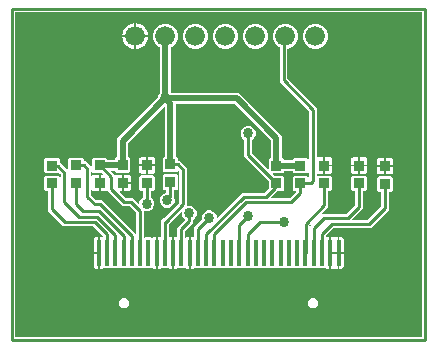
<source format=gbl>
G04 EAGLE Gerber RS-274X export*
G75*
%MOMM*%
%FSLAX34Y34*%
%LPD*%
%INBottom Copper*%
%IPPOS*%
%AMOC8*
5,1,8,0,0,1.08239X$1,22.5*%
G01*
%ADD10R,0.350000X2.200000*%
%ADD11R,0.900000X0.900000*%
%ADD12C,1.676400*%
%ADD13C,0.254000*%
%ADD14C,0.855600*%
%ADD15C,4.016000*%
%ADD16C,0.508000*%
%ADD17C,0.508000*%
%ADD18C,0.254000*%

G36*
X347256Y2425D02*
X347256Y2425D01*
X347307Y2427D01*
X347339Y2445D01*
X347375Y2453D01*
X347414Y2486D01*
X347459Y2510D01*
X347480Y2540D01*
X347508Y2563D01*
X347529Y2610D01*
X347559Y2652D01*
X347567Y2694D01*
X347579Y2722D01*
X347578Y2752D01*
X347586Y2794D01*
X347586Y277206D01*
X347575Y277256D01*
X347573Y277307D01*
X347555Y277339D01*
X347547Y277375D01*
X347514Y277414D01*
X347490Y277459D01*
X347460Y277480D01*
X347437Y277508D01*
X347390Y277529D01*
X347348Y277559D01*
X347306Y277567D01*
X347278Y277579D01*
X347248Y277578D01*
X347206Y277586D01*
X2794Y277586D01*
X2744Y277575D01*
X2693Y277573D01*
X2661Y277555D01*
X2625Y277547D01*
X2586Y277514D01*
X2541Y277490D01*
X2520Y277460D01*
X2492Y277437D01*
X2471Y277390D01*
X2441Y277348D01*
X2433Y277306D01*
X2421Y277278D01*
X2422Y277248D01*
X2414Y277206D01*
X2414Y2794D01*
X2425Y2744D01*
X2427Y2693D01*
X2445Y2661D01*
X2453Y2625D01*
X2486Y2586D01*
X2510Y2541D01*
X2540Y2520D01*
X2563Y2492D01*
X2610Y2471D01*
X2652Y2441D01*
X2694Y2433D01*
X2722Y2421D01*
X2752Y2422D01*
X2794Y2414D01*
X347206Y2414D01*
X347256Y2425D01*
G37*
%LPC*%
G36*
X267424Y60387D02*
X267424Y60387D01*
X266778Y60560D01*
X266199Y60894D01*
X265919Y61175D01*
X265875Y61202D01*
X265838Y61236D01*
X265803Y61247D01*
X265772Y61266D01*
X265721Y61271D01*
X265672Y61285D01*
X265636Y61279D01*
X265599Y61283D01*
X265551Y61264D01*
X265501Y61256D01*
X265466Y61232D01*
X265437Y61221D01*
X265416Y61198D01*
X265381Y61175D01*
X265101Y60895D01*
X259917Y60895D01*
X259278Y61534D01*
X259235Y61561D01*
X259197Y61595D01*
X259162Y61606D01*
X259131Y61625D01*
X259080Y61630D01*
X259031Y61645D01*
X258995Y61638D01*
X258958Y61642D01*
X258911Y61624D01*
X258860Y61615D01*
X258825Y61591D01*
X258796Y61580D01*
X258776Y61558D01*
X258740Y61534D01*
X258101Y60895D01*
X252917Y60895D01*
X252278Y61534D01*
X252235Y61561D01*
X252197Y61595D01*
X252162Y61606D01*
X252131Y61625D01*
X252080Y61630D01*
X252031Y61645D01*
X251995Y61638D01*
X251958Y61642D01*
X251911Y61624D01*
X251860Y61615D01*
X251825Y61591D01*
X251796Y61580D01*
X251776Y61558D01*
X251740Y61534D01*
X251101Y60895D01*
X245917Y60895D01*
X245278Y61534D01*
X245235Y61561D01*
X245197Y61595D01*
X245162Y61606D01*
X245131Y61625D01*
X245080Y61630D01*
X245031Y61645D01*
X244995Y61638D01*
X244958Y61642D01*
X244911Y61624D01*
X244860Y61615D01*
X244825Y61591D01*
X244796Y61580D01*
X244776Y61558D01*
X244740Y61534D01*
X244101Y60895D01*
X238917Y60895D01*
X238278Y61534D01*
X238235Y61561D01*
X238197Y61595D01*
X238162Y61606D01*
X238131Y61625D01*
X238080Y61630D01*
X238031Y61645D01*
X237995Y61638D01*
X237958Y61642D01*
X237911Y61624D01*
X237860Y61615D01*
X237825Y61591D01*
X237796Y61580D01*
X237776Y61558D01*
X237740Y61534D01*
X237101Y60895D01*
X231917Y60895D01*
X231278Y61534D01*
X231235Y61561D01*
X231197Y61595D01*
X231162Y61606D01*
X231131Y61625D01*
X231080Y61630D01*
X231031Y61645D01*
X230995Y61638D01*
X230958Y61642D01*
X230911Y61624D01*
X230860Y61615D01*
X230825Y61591D01*
X230796Y61580D01*
X230776Y61558D01*
X230740Y61534D01*
X230101Y60895D01*
X224917Y60895D01*
X224278Y61534D01*
X224235Y61561D01*
X224197Y61595D01*
X224162Y61606D01*
X224131Y61625D01*
X224080Y61630D01*
X224031Y61645D01*
X223995Y61638D01*
X223958Y61642D01*
X223911Y61624D01*
X223860Y61615D01*
X223825Y61591D01*
X223796Y61580D01*
X223776Y61558D01*
X223740Y61534D01*
X223101Y60895D01*
X217917Y60895D01*
X217278Y61534D01*
X217235Y61561D01*
X217197Y61595D01*
X217162Y61606D01*
X217131Y61625D01*
X217080Y61630D01*
X217031Y61645D01*
X216995Y61638D01*
X216958Y61642D01*
X216911Y61624D01*
X216860Y61615D01*
X216825Y61591D01*
X216796Y61580D01*
X216776Y61558D01*
X216740Y61534D01*
X216101Y60895D01*
X210917Y60895D01*
X210278Y61534D01*
X210235Y61561D01*
X210197Y61595D01*
X210162Y61606D01*
X210131Y61625D01*
X210080Y61630D01*
X210031Y61645D01*
X209995Y61638D01*
X209958Y61642D01*
X209911Y61624D01*
X209860Y61615D01*
X209825Y61591D01*
X209796Y61580D01*
X209776Y61558D01*
X209740Y61534D01*
X209101Y60895D01*
X203917Y60895D01*
X203278Y61534D01*
X203235Y61561D01*
X203197Y61595D01*
X203162Y61606D01*
X203131Y61625D01*
X203080Y61630D01*
X203031Y61645D01*
X202995Y61638D01*
X202958Y61642D01*
X202911Y61624D01*
X202860Y61615D01*
X202825Y61591D01*
X202796Y61580D01*
X202776Y61558D01*
X202740Y61534D01*
X202101Y60895D01*
X196917Y60895D01*
X196278Y61534D01*
X196235Y61561D01*
X196197Y61595D01*
X196162Y61606D01*
X196131Y61625D01*
X196080Y61630D01*
X196031Y61645D01*
X195995Y61638D01*
X195958Y61642D01*
X195911Y61624D01*
X195860Y61615D01*
X195825Y61591D01*
X195796Y61580D01*
X195776Y61558D01*
X195740Y61534D01*
X195101Y60895D01*
X189917Y60895D01*
X189278Y61534D01*
X189235Y61561D01*
X189197Y61595D01*
X189162Y61606D01*
X189131Y61625D01*
X189080Y61630D01*
X189031Y61645D01*
X188995Y61638D01*
X188958Y61642D01*
X188911Y61624D01*
X188860Y61615D01*
X188825Y61591D01*
X188796Y61580D01*
X188776Y61558D01*
X188740Y61534D01*
X188101Y60895D01*
X182917Y60895D01*
X182278Y61534D01*
X182235Y61561D01*
X182197Y61595D01*
X182162Y61606D01*
X182131Y61625D01*
X182080Y61630D01*
X182031Y61645D01*
X181995Y61638D01*
X181958Y61642D01*
X181911Y61624D01*
X181860Y61615D01*
X181825Y61591D01*
X181796Y61580D01*
X181776Y61558D01*
X181740Y61534D01*
X181101Y60895D01*
X175917Y60895D01*
X175278Y61534D01*
X175235Y61561D01*
X175197Y61595D01*
X175162Y61606D01*
X175131Y61625D01*
X175080Y61630D01*
X175031Y61645D01*
X174995Y61638D01*
X174958Y61642D01*
X174911Y61624D01*
X174860Y61615D01*
X174825Y61591D01*
X174796Y61580D01*
X174776Y61558D01*
X174740Y61534D01*
X174101Y60895D01*
X168917Y60895D01*
X168278Y61534D01*
X168235Y61561D01*
X168197Y61595D01*
X168162Y61606D01*
X168131Y61625D01*
X168080Y61630D01*
X168031Y61645D01*
X167995Y61638D01*
X167958Y61642D01*
X167911Y61624D01*
X167860Y61615D01*
X167825Y61591D01*
X167796Y61580D01*
X167776Y61558D01*
X167740Y61534D01*
X167101Y60895D01*
X161917Y60895D01*
X161278Y61534D01*
X161235Y61561D01*
X161197Y61595D01*
X161162Y61606D01*
X161131Y61625D01*
X161080Y61630D01*
X161031Y61645D01*
X160995Y61638D01*
X160958Y61642D01*
X160911Y61624D01*
X160860Y61615D01*
X160825Y61591D01*
X160796Y61580D01*
X160776Y61558D01*
X160740Y61534D01*
X160101Y60895D01*
X154917Y60895D01*
X154637Y61175D01*
X154594Y61202D01*
X154556Y61236D01*
X154521Y61247D01*
X154490Y61266D01*
X154439Y61271D01*
X154390Y61285D01*
X154354Y61279D01*
X154317Y61283D01*
X154270Y61264D01*
X154219Y61256D01*
X154184Y61232D01*
X154156Y61221D01*
X154135Y61198D01*
X154099Y61175D01*
X153819Y60894D01*
X153240Y60560D01*
X152594Y60387D01*
X151270Y60387D01*
X151270Y73546D01*
X151259Y73596D01*
X151257Y73647D01*
X151239Y73679D01*
X151231Y73715D01*
X151198Y73754D01*
X151174Y73799D01*
X151144Y73820D01*
X151121Y73849D01*
X151074Y73870D01*
X151032Y73899D01*
X150990Y73907D01*
X150962Y73920D01*
X150932Y73918D01*
X150890Y73927D01*
X150128Y73927D01*
X150078Y73915D01*
X150027Y73913D01*
X149995Y73895D01*
X149959Y73887D01*
X149920Y73855D01*
X149875Y73830D01*
X149854Y73800D01*
X149826Y73777D01*
X149805Y73730D01*
X149775Y73689D01*
X149767Y73647D01*
X149755Y73619D01*
X149756Y73595D01*
X149755Y73593D01*
X149755Y73584D01*
X149748Y73546D01*
X149748Y60387D01*
X148424Y60387D01*
X147778Y60560D01*
X147199Y60894D01*
X146919Y61175D01*
X146875Y61202D01*
X146838Y61236D01*
X146803Y61247D01*
X146772Y61266D01*
X146721Y61271D01*
X146672Y61285D01*
X146636Y61279D01*
X146599Y61283D01*
X146551Y61264D01*
X146501Y61256D01*
X146466Y61232D01*
X146437Y61221D01*
X146416Y61198D01*
X146381Y61175D01*
X146101Y60895D01*
X140917Y60895D01*
X140637Y61175D01*
X140594Y61202D01*
X140556Y61236D01*
X140521Y61247D01*
X140490Y61266D01*
X140439Y61271D01*
X140390Y61285D01*
X140354Y61279D01*
X140317Y61283D01*
X140270Y61264D01*
X140219Y61256D01*
X140184Y61232D01*
X140156Y61221D01*
X140135Y61198D01*
X140099Y61175D01*
X139819Y60894D01*
X139240Y60560D01*
X138594Y60387D01*
X137270Y60387D01*
X137270Y73546D01*
X137259Y73596D01*
X137257Y73647D01*
X137239Y73679D01*
X137231Y73715D01*
X137198Y73754D01*
X137174Y73799D01*
X137144Y73820D01*
X137121Y73849D01*
X137074Y73870D01*
X137032Y73899D01*
X136990Y73907D01*
X136962Y73920D01*
X136932Y73918D01*
X136890Y73927D01*
X136128Y73927D01*
X136078Y73915D01*
X136027Y73913D01*
X135995Y73895D01*
X135959Y73887D01*
X135920Y73855D01*
X135875Y73830D01*
X135854Y73800D01*
X135826Y73777D01*
X135805Y73730D01*
X135775Y73689D01*
X135767Y73647D01*
X135755Y73619D01*
X135756Y73595D01*
X135755Y73593D01*
X135755Y73584D01*
X135748Y73546D01*
X135748Y60387D01*
X134424Y60387D01*
X133778Y60560D01*
X133199Y60894D01*
X132919Y61175D01*
X132875Y61202D01*
X132838Y61236D01*
X132803Y61247D01*
X132772Y61266D01*
X132721Y61271D01*
X132672Y61285D01*
X132636Y61279D01*
X132599Y61283D01*
X132551Y61264D01*
X132501Y61256D01*
X132466Y61232D01*
X132437Y61221D01*
X132416Y61198D01*
X132381Y61175D01*
X132101Y60895D01*
X126917Y60895D01*
X126637Y61175D01*
X126594Y61202D01*
X126556Y61236D01*
X126521Y61247D01*
X126490Y61266D01*
X126439Y61271D01*
X126390Y61285D01*
X126354Y61279D01*
X126317Y61283D01*
X126270Y61264D01*
X126219Y61256D01*
X126184Y61232D01*
X126156Y61221D01*
X126135Y61198D01*
X126099Y61175D01*
X125819Y60894D01*
X125240Y60560D01*
X124594Y60387D01*
X123270Y60387D01*
X123270Y73546D01*
X123259Y73596D01*
X123257Y73647D01*
X123239Y73679D01*
X123231Y73715D01*
X123198Y73754D01*
X123174Y73799D01*
X123144Y73820D01*
X123121Y73849D01*
X123074Y73870D01*
X123032Y73899D01*
X122990Y73907D01*
X122962Y73920D01*
X122932Y73918D01*
X122890Y73927D01*
X122128Y73927D01*
X122078Y73915D01*
X122027Y73913D01*
X121995Y73895D01*
X121959Y73887D01*
X121920Y73855D01*
X121875Y73830D01*
X121854Y73800D01*
X121826Y73777D01*
X121805Y73730D01*
X121775Y73689D01*
X121767Y73647D01*
X121755Y73619D01*
X121756Y73595D01*
X121755Y73593D01*
X121755Y73584D01*
X121748Y73546D01*
X121748Y60387D01*
X120424Y60387D01*
X119778Y60560D01*
X119199Y60894D01*
X118919Y61175D01*
X118875Y61202D01*
X118838Y61236D01*
X118803Y61247D01*
X118772Y61266D01*
X118721Y61271D01*
X118672Y61285D01*
X118636Y61279D01*
X118599Y61283D01*
X118551Y61264D01*
X118501Y61256D01*
X118466Y61232D01*
X118437Y61221D01*
X118416Y61198D01*
X118381Y61175D01*
X118101Y60895D01*
X112917Y60895D01*
X112278Y61534D01*
X112235Y61561D01*
X112197Y61595D01*
X112162Y61606D01*
X112131Y61625D01*
X112080Y61630D01*
X112031Y61645D01*
X111995Y61638D01*
X111958Y61642D01*
X111911Y61624D01*
X111860Y61615D01*
X111825Y61591D01*
X111796Y61580D01*
X111776Y61558D01*
X111740Y61534D01*
X111101Y60895D01*
X105917Y60895D01*
X105278Y61534D01*
X105235Y61561D01*
X105197Y61595D01*
X105162Y61606D01*
X105131Y61625D01*
X105080Y61630D01*
X105031Y61645D01*
X104995Y61638D01*
X104958Y61642D01*
X104911Y61624D01*
X104860Y61615D01*
X104825Y61591D01*
X104796Y61580D01*
X104776Y61558D01*
X104740Y61534D01*
X104101Y60895D01*
X98917Y60895D01*
X98278Y61534D01*
X98235Y61561D01*
X98197Y61595D01*
X98162Y61606D01*
X98131Y61625D01*
X98080Y61630D01*
X98031Y61645D01*
X97995Y61638D01*
X97958Y61642D01*
X97911Y61624D01*
X97860Y61615D01*
X97825Y61591D01*
X97796Y61580D01*
X97776Y61558D01*
X97740Y61534D01*
X97101Y60895D01*
X91917Y60895D01*
X91278Y61534D01*
X91235Y61561D01*
X91197Y61595D01*
X91162Y61606D01*
X91131Y61625D01*
X91080Y61630D01*
X91031Y61645D01*
X90995Y61638D01*
X90958Y61642D01*
X90911Y61624D01*
X90860Y61615D01*
X90825Y61591D01*
X90796Y61580D01*
X90776Y61558D01*
X90740Y61534D01*
X90101Y60895D01*
X84917Y60895D01*
X84278Y61534D01*
X84235Y61561D01*
X84197Y61595D01*
X84162Y61606D01*
X84131Y61625D01*
X84080Y61630D01*
X84031Y61645D01*
X83995Y61638D01*
X83958Y61642D01*
X83911Y61624D01*
X83860Y61615D01*
X83825Y61591D01*
X83796Y61580D01*
X83776Y61558D01*
X83740Y61534D01*
X83101Y60895D01*
X77917Y60895D01*
X77637Y61175D01*
X77594Y61202D01*
X77556Y61236D01*
X77521Y61247D01*
X77490Y61266D01*
X77439Y61271D01*
X77390Y61285D01*
X77354Y61279D01*
X77317Y61283D01*
X77270Y61264D01*
X77219Y61256D01*
X77184Y61232D01*
X77156Y61221D01*
X77135Y61198D01*
X77099Y61175D01*
X76819Y60894D01*
X76240Y60560D01*
X75594Y60387D01*
X74270Y60387D01*
X74270Y73546D01*
X74259Y73596D01*
X74257Y73647D01*
X74239Y73679D01*
X74231Y73715D01*
X74198Y73754D01*
X74174Y73799D01*
X74144Y73820D01*
X74121Y73849D01*
X74074Y73870D01*
X74032Y73899D01*
X73990Y73907D01*
X73962Y73920D01*
X73932Y73918D01*
X73890Y73927D01*
X73508Y73927D01*
X73508Y73928D01*
X73890Y73928D01*
X73940Y73940D01*
X73991Y73942D01*
X74023Y73959D01*
X74059Y73968D01*
X74098Y74000D01*
X74143Y74025D01*
X74164Y74055D01*
X74192Y74078D01*
X74213Y74125D01*
X74243Y74166D01*
X74251Y74208D01*
X74263Y74236D01*
X74262Y74267D01*
X74270Y74308D01*
X74270Y87468D01*
X75594Y87468D01*
X76240Y87295D01*
X76636Y87066D01*
X76696Y87048D01*
X76754Y87022D01*
X76778Y87023D01*
X76802Y87016D01*
X76864Y87026D01*
X76927Y87029D01*
X76948Y87041D01*
X76973Y87045D01*
X77024Y87082D01*
X77079Y87112D01*
X77093Y87132D01*
X77113Y87146D01*
X77142Y87202D01*
X77179Y87253D01*
X77184Y87280D01*
X77194Y87299D01*
X77195Y87337D01*
X77206Y87395D01*
X77206Y87965D01*
X77189Y88038D01*
X77188Y88071D01*
X77181Y88083D01*
X77176Y88114D01*
X77169Y88124D01*
X77167Y88134D01*
X77143Y88163D01*
X77117Y88202D01*
X77105Y88223D01*
X77100Y88227D01*
X77095Y88234D01*
X68743Y96586D01*
X68679Y96626D01*
X68617Y96670D01*
X68605Y96672D01*
X68596Y96677D01*
X68559Y96681D01*
X68474Y96697D01*
X43632Y96697D01*
X30676Y109653D01*
X30676Y125770D01*
X30665Y125819D01*
X30663Y125870D01*
X30645Y125903D01*
X30637Y125938D01*
X30604Y125978D01*
X30580Y126023D01*
X30550Y126044D01*
X30527Y126072D01*
X30480Y126093D01*
X30438Y126122D01*
X30396Y126130D01*
X30369Y126143D01*
X30338Y126142D01*
X30296Y126150D01*
X28637Y126150D01*
X27446Y127341D01*
X27446Y138025D01*
X28637Y139215D01*
X39321Y139215D01*
X40565Y137972D01*
X40587Y137958D01*
X40603Y137938D01*
X40659Y137913D01*
X40712Y137880D01*
X40737Y137878D01*
X40761Y137867D01*
X40823Y137870D01*
X40884Y137864D01*
X40908Y137873D01*
X40934Y137874D01*
X40988Y137903D01*
X41046Y137925D01*
X41064Y137944D01*
X41086Y137957D01*
X41122Y138007D01*
X41164Y138053D01*
X41171Y138077D01*
X41186Y138098D01*
X41203Y138183D01*
X41213Y138219D01*
X41211Y138229D01*
X41214Y138241D01*
X41214Y140258D01*
X41196Y140332D01*
X41183Y140407D01*
X41177Y140417D01*
X41174Y140427D01*
X41150Y140456D01*
X41102Y140527D01*
X40169Y141460D01*
X40126Y141487D01*
X40088Y141522D01*
X40053Y141532D01*
X40022Y141552D01*
X39971Y141557D01*
X39922Y141571D01*
X39886Y141565D01*
X39850Y141568D01*
X39802Y141550D01*
X39752Y141541D01*
X39716Y141518D01*
X39688Y141507D01*
X39667Y141484D01*
X39631Y141460D01*
X39321Y141150D01*
X28637Y141150D01*
X27446Y142341D01*
X27446Y153025D01*
X28637Y154215D01*
X39321Y154215D01*
X40512Y153025D01*
X40512Y150617D01*
X40529Y150543D01*
X40542Y150468D01*
X40549Y150458D01*
X40551Y150448D01*
X40575Y150419D01*
X40623Y150348D01*
X42032Y148939D01*
X47152Y143819D01*
X47174Y143806D01*
X47190Y143786D01*
X47246Y143761D01*
X47299Y143728D01*
X47325Y143726D01*
X47348Y143715D01*
X47410Y143717D01*
X47471Y143711D01*
X47495Y143721D01*
X47521Y143722D01*
X47576Y143751D01*
X47633Y143773D01*
X47651Y143792D01*
X47674Y143804D01*
X47709Y143855D01*
X47751Y143900D01*
X47758Y143925D01*
X47773Y143946D01*
X47790Y144031D01*
X47800Y144066D01*
X47799Y144076D01*
X47801Y144088D01*
X47801Y153423D01*
X48992Y154614D01*
X59676Y154614D01*
X60866Y153423D01*
X60866Y151764D01*
X60878Y151715D01*
X60880Y151664D01*
X60897Y151631D01*
X60906Y151596D01*
X60938Y151556D01*
X60963Y151511D01*
X60993Y151490D01*
X61016Y151462D01*
X61063Y151441D01*
X61104Y151412D01*
X61146Y151403D01*
X61174Y151391D01*
X61205Y151392D01*
X61247Y151384D01*
X62365Y151384D01*
X67090Y146659D01*
X67112Y146646D01*
X67128Y146626D01*
X67184Y146600D01*
X67237Y146568D01*
X67263Y146565D01*
X67286Y146555D01*
X67348Y146557D01*
X67409Y146551D01*
X67433Y146560D01*
X67459Y146561D01*
X67514Y146591D01*
X67571Y146613D01*
X67589Y146632D01*
X67611Y146644D01*
X67647Y146695D01*
X67689Y146740D01*
X67696Y146765D01*
X67711Y146786D01*
X67728Y146870D01*
X67738Y146906D01*
X67736Y146916D01*
X67739Y146928D01*
X67739Y153410D01*
X68930Y154600D01*
X79614Y154600D01*
X80804Y153410D01*
X80804Y153117D01*
X80816Y153067D01*
X80818Y153016D01*
X80835Y152984D01*
X80844Y152948D01*
X80876Y152909D01*
X80901Y152864D01*
X80931Y152843D01*
X80954Y152815D01*
X81001Y152794D01*
X81042Y152764D01*
X81084Y152756D01*
X81112Y152744D01*
X81143Y152745D01*
X81185Y152737D01*
X86948Y152737D01*
X86998Y152748D01*
X87049Y152750D01*
X87081Y152768D01*
X87117Y152776D01*
X87156Y152809D01*
X87201Y152833D01*
X87222Y152863D01*
X87250Y152886D01*
X87271Y152933D01*
X87301Y152975D01*
X87309Y153016D01*
X87321Y153044D01*
X87320Y153075D01*
X87328Y153117D01*
X87328Y153506D01*
X88519Y154697D01*
X88908Y154697D01*
X88958Y154708D01*
X89009Y154710D01*
X89041Y154728D01*
X89077Y154736D01*
X89116Y154769D01*
X89161Y154793D01*
X89182Y154823D01*
X89210Y154846D01*
X89231Y154893D01*
X89261Y154935D01*
X89269Y154976D01*
X89281Y155004D01*
X89280Y155035D01*
X89288Y155077D01*
X89288Y170755D01*
X123428Y204895D01*
X123468Y204960D01*
X123512Y205022D01*
X123514Y205034D01*
X123520Y205042D01*
X123523Y205079D01*
X123540Y205164D01*
X123540Y206106D01*
X124500Y208425D01*
X125166Y209091D01*
X125206Y209156D01*
X125250Y209218D01*
X125252Y209230D01*
X125258Y209238D01*
X125261Y209275D01*
X125278Y209360D01*
X125278Y247704D01*
X125265Y247759D01*
X125264Y247776D01*
X125262Y247780D01*
X125257Y247829D01*
X125244Y247849D01*
X125238Y247873D01*
X125198Y247922D01*
X125164Y247975D01*
X125141Y247990D01*
X125128Y248006D01*
X125094Y248022D01*
X125043Y248055D01*
X123951Y248507D01*
X121021Y251437D01*
X119436Y255265D01*
X119436Y259408D01*
X121021Y263236D01*
X123951Y266166D01*
X127779Y267751D01*
X131922Y267751D01*
X135750Y266166D01*
X138680Y263236D01*
X140265Y259408D01*
X140265Y255265D01*
X138680Y251437D01*
X135750Y248507D01*
X134658Y248055D01*
X134606Y248018D01*
X134551Y247988D01*
X134537Y247968D01*
X134517Y247954D01*
X134487Y247898D01*
X134451Y247846D01*
X134446Y247820D01*
X134436Y247801D01*
X134435Y247763D01*
X134433Y247753D01*
X134430Y247747D01*
X134430Y247741D01*
X134423Y247704D01*
X134423Y209803D01*
X134435Y209754D01*
X134437Y209703D01*
X134454Y209671D01*
X134463Y209635D01*
X134495Y209595D01*
X134520Y209551D01*
X134549Y209529D01*
X134573Y209501D01*
X134620Y209480D01*
X134661Y209451D01*
X134703Y209443D01*
X134731Y209430D01*
X134762Y209431D01*
X134803Y209423D01*
X192044Y209423D01*
X228571Y172896D01*
X228571Y154667D01*
X228583Y154617D01*
X228585Y154566D01*
X228602Y154534D01*
X228610Y154498D01*
X228643Y154458D01*
X228667Y154414D01*
X228697Y154393D01*
X228721Y154364D01*
X228767Y154343D01*
X228809Y154314D01*
X228851Y154306D01*
X228879Y154293D01*
X228909Y154294D01*
X228951Y154286D01*
X229340Y154286D01*
X230531Y153096D01*
X230531Y152773D01*
X230543Y152724D01*
X230545Y152673D01*
X230562Y152640D01*
X230570Y152605D01*
X230603Y152565D01*
X230627Y152520D01*
X230657Y152499D01*
X230681Y152471D01*
X230727Y152450D01*
X230769Y152421D01*
X230811Y152413D01*
X230839Y152400D01*
X230869Y152401D01*
X230911Y152393D01*
X237228Y152393D01*
X237278Y152405D01*
X237329Y152407D01*
X237361Y152424D01*
X237397Y152433D01*
X237436Y152465D01*
X237481Y152489D01*
X237502Y152519D01*
X237530Y152543D01*
X237551Y152589D01*
X237581Y152631D01*
X237589Y152673D01*
X237601Y152701D01*
X237600Y152731D01*
X237608Y152773D01*
X237608Y153162D01*
X238799Y154353D01*
X249483Y154353D01*
X250674Y153162D01*
X250674Y142478D01*
X249483Y141288D01*
X238799Y141288D01*
X237608Y142478D01*
X237608Y142867D01*
X237597Y142917D01*
X237595Y142968D01*
X237577Y143000D01*
X237569Y143036D01*
X237536Y143076D01*
X237512Y143120D01*
X237482Y143141D01*
X237459Y143170D01*
X237412Y143191D01*
X237370Y143220D01*
X237329Y143228D01*
X237301Y143241D01*
X237270Y143240D01*
X237228Y143248D01*
X230911Y143248D01*
X230862Y143236D01*
X230811Y143234D01*
X230778Y143217D01*
X230743Y143208D01*
X230703Y143176D01*
X230658Y143151D01*
X230637Y143121D01*
X230609Y143098D01*
X230588Y143051D01*
X230559Y143010D01*
X230550Y142968D01*
X230538Y142940D01*
X230539Y142909D01*
X230531Y142867D01*
X230531Y142412D01*
X229340Y141221D01*
X221120Y141221D01*
X221095Y141215D01*
X221069Y141217D01*
X221011Y141196D01*
X220951Y141181D01*
X220931Y141165D01*
X220907Y141156D01*
X220865Y141111D01*
X220817Y141071D01*
X220807Y141048D01*
X220789Y141029D01*
X220772Y140969D01*
X220746Y140913D01*
X220747Y140887D01*
X220740Y140863D01*
X220751Y140802D01*
X220753Y140740D01*
X220765Y140717D01*
X220770Y140692D01*
X220818Y140620D01*
X220836Y140588D01*
X220844Y140582D01*
X220851Y140572D01*
X222025Y139398D01*
X222089Y139358D01*
X222152Y139314D01*
X222164Y139312D01*
X222172Y139306D01*
X222209Y139303D01*
X222294Y139286D01*
X229340Y139286D01*
X230531Y138096D01*
X230531Y127412D01*
X229340Y126221D01*
X224654Y126221D01*
X224580Y126204D01*
X224505Y126191D01*
X224495Y126184D01*
X224485Y126181D01*
X224457Y126158D01*
X224385Y126110D01*
X224010Y125735D01*
X219171Y120895D01*
X219157Y120873D01*
X219138Y120857D01*
X219112Y120800D01*
X219080Y120748D01*
X219077Y120722D01*
X219067Y120699D01*
X219069Y120637D01*
X219063Y120576D01*
X219072Y120552D01*
X219073Y120526D01*
X219103Y120471D01*
X219125Y120414D01*
X219144Y120396D01*
X219156Y120373D01*
X219206Y120338D01*
X219252Y120296D01*
X219277Y120289D01*
X219298Y120274D01*
X219382Y120257D01*
X219418Y120247D01*
X219428Y120248D01*
X219440Y120246D01*
X234926Y120246D01*
X235000Y120263D01*
X235075Y120276D01*
X235085Y120283D01*
X235095Y120286D01*
X235123Y120309D01*
X235195Y120358D01*
X240476Y125639D01*
X240489Y125660D01*
X240509Y125677D01*
X240535Y125733D01*
X240567Y125786D01*
X240570Y125811D01*
X240580Y125835D01*
X240578Y125897D01*
X240584Y125958D01*
X240575Y125982D01*
X240574Y126008D01*
X240544Y126062D01*
X240522Y126120D01*
X240503Y126138D01*
X240491Y126160D01*
X240440Y126196D01*
X240395Y126238D01*
X240370Y126245D01*
X240349Y126260D01*
X240265Y126276D01*
X240229Y126287D01*
X240219Y126285D01*
X240207Y126288D01*
X238799Y126288D01*
X237608Y127478D01*
X237608Y138162D01*
X238799Y139353D01*
X249483Y139353D01*
X250674Y138162D01*
X250674Y136503D01*
X250685Y136454D01*
X250687Y136403D01*
X250705Y136370D01*
X250713Y136335D01*
X250746Y136295D01*
X250770Y136250D01*
X250800Y136229D01*
X250824Y136201D01*
X250870Y136180D01*
X250912Y136151D01*
X250954Y136143D01*
X250982Y136130D01*
X251012Y136131D01*
X251054Y136123D01*
X251295Y136123D01*
X251369Y136140D01*
X251443Y136153D01*
X251454Y136160D01*
X251464Y136163D01*
X251492Y136186D01*
X251564Y136234D01*
X251586Y136256D01*
X251594Y136271D01*
X251597Y136273D01*
X251601Y136280D01*
X251626Y136321D01*
X251670Y136383D01*
X251672Y136395D01*
X251677Y136404D01*
X251681Y136441D01*
X251697Y136526D01*
X251697Y193474D01*
X251680Y193548D01*
X251667Y193623D01*
X251660Y193633D01*
X251658Y193643D01*
X251634Y193672D01*
X251586Y193743D01*
X228743Y216586D01*
X226697Y218632D01*
X226697Y247779D01*
X226683Y247840D01*
X226676Y247904D01*
X226663Y247924D01*
X226658Y247947D01*
X226617Y247996D01*
X226583Y248050D01*
X226561Y248065D01*
X226548Y248081D01*
X226513Y248096D01*
X226463Y248130D01*
X225551Y248507D01*
X222621Y251437D01*
X221036Y255265D01*
X221036Y259408D01*
X222621Y263236D01*
X225551Y266166D01*
X229379Y267751D01*
X233522Y267751D01*
X237350Y266166D01*
X240280Y263236D01*
X241865Y259408D01*
X241865Y255265D01*
X240280Y251437D01*
X237350Y248507D01*
X233537Y246928D01*
X233486Y246891D01*
X233430Y246861D01*
X233416Y246841D01*
X233397Y246827D01*
X233367Y246771D01*
X233330Y246719D01*
X233325Y246693D01*
X233315Y246674D01*
X233314Y246637D01*
X233303Y246577D01*
X233303Y221526D01*
X233320Y221452D01*
X233333Y221377D01*
X233340Y221367D01*
X233342Y221357D01*
X233366Y221328D01*
X233414Y221257D01*
X256257Y198414D01*
X258303Y196368D01*
X258303Y155094D01*
X258306Y155081D01*
X258304Y155067D01*
X258325Y154997D01*
X258342Y154925D01*
X258351Y154915D01*
X258355Y154902D01*
X258406Y154848D01*
X258452Y154792D01*
X258465Y154786D01*
X258474Y154776D01*
X258543Y154751D01*
X258611Y154721D01*
X258624Y154721D01*
X258637Y154716D01*
X258781Y154727D01*
X258784Y154727D01*
X259426Y154899D01*
X263499Y154899D01*
X263499Y148240D01*
X263511Y148190D01*
X263512Y148139D01*
X263530Y148107D01*
X263538Y148071D01*
X263571Y148032D01*
X263595Y147987D01*
X263625Y147966D01*
X263649Y147937D01*
X263695Y147916D01*
X263737Y147887D01*
X263779Y147879D01*
X263807Y147866D01*
X263837Y147868D01*
X263879Y147859D01*
X264261Y147859D01*
X264261Y147858D01*
X263879Y147858D01*
X263829Y147846D01*
X263778Y147844D01*
X263746Y147827D01*
X263710Y147818D01*
X263671Y147786D01*
X263626Y147761D01*
X263605Y147731D01*
X263577Y147708D01*
X263556Y147661D01*
X263527Y147620D01*
X263518Y147578D01*
X263506Y147550D01*
X263507Y147519D01*
X263499Y147477D01*
X263499Y140818D01*
X259426Y140818D01*
X258781Y140990D01*
X258768Y140991D01*
X258755Y140996D01*
X258682Y140994D01*
X258608Y140996D01*
X258596Y140990D01*
X258582Y140990D01*
X258518Y140955D01*
X258451Y140924D01*
X258442Y140914D01*
X258430Y140907D01*
X258388Y140847D01*
X258341Y140790D01*
X258338Y140776D01*
X258330Y140765D01*
X258303Y140623D01*
X258303Y139694D01*
X258309Y139669D01*
X258306Y139643D01*
X258328Y139585D01*
X258342Y139525D01*
X258359Y139505D01*
X258368Y139481D01*
X258413Y139439D01*
X258452Y139392D01*
X258476Y139381D01*
X258495Y139363D01*
X258554Y139346D01*
X258611Y139321D01*
X258636Y139322D01*
X258661Y139314D01*
X258722Y139325D01*
X258784Y139327D01*
X258806Y139340D01*
X258832Y139344D01*
X258902Y139391D01*
X269602Y139391D01*
X270793Y138201D01*
X270793Y127517D01*
X269602Y126326D01*
X267943Y126326D01*
X267893Y126314D01*
X267842Y126312D01*
X267810Y126295D01*
X267774Y126286D01*
X267735Y126254D01*
X267690Y126229D01*
X267669Y126200D01*
X267641Y126176D01*
X267620Y126129D01*
X267590Y126088D01*
X267582Y126046D01*
X267570Y126018D01*
X267571Y125987D01*
X267563Y125946D01*
X267563Y112892D01*
X251998Y97327D01*
X251958Y97262D01*
X251914Y97200D01*
X251912Y97188D01*
X251906Y97180D01*
X251903Y97143D01*
X251886Y97058D01*
X251886Y96383D01*
X251892Y96358D01*
X251890Y96332D01*
X251912Y96274D01*
X251926Y96214D01*
X251942Y96194D01*
X251951Y96170D01*
X251997Y96128D01*
X252036Y96081D01*
X252059Y96070D01*
X252078Y96053D01*
X252138Y96035D01*
X252194Y96010D01*
X252220Y96011D01*
X252245Y96003D01*
X252305Y96014D01*
X252367Y96016D01*
X252390Y96029D01*
X252415Y96033D01*
X252487Y96081D01*
X252519Y96099D01*
X252525Y96107D01*
X252535Y96114D01*
X261132Y104711D01*
X263178Y106757D01*
X282928Y106757D01*
X283002Y106774D01*
X283077Y106787D01*
X283087Y106794D01*
X283097Y106796D01*
X283126Y106820D01*
X283197Y106868D01*
X290536Y114207D01*
X290577Y114272D01*
X290620Y114334D01*
X290623Y114346D01*
X290628Y114354D01*
X290631Y114391D01*
X290648Y114476D01*
X290648Y125946D01*
X290636Y125995D01*
X290634Y126046D01*
X290617Y126078D01*
X290608Y126114D01*
X290576Y126154D01*
X290551Y126198D01*
X290522Y126220D01*
X290498Y126248D01*
X290451Y126269D01*
X290410Y126298D01*
X290368Y126306D01*
X290340Y126319D01*
X290309Y126318D01*
X290268Y126326D01*
X288609Y126326D01*
X287418Y127517D01*
X287418Y138201D01*
X288609Y139391D01*
X299293Y139391D01*
X300483Y138201D01*
X300483Y127517D01*
X299293Y126326D01*
X297634Y126326D01*
X297584Y126314D01*
X297533Y126312D01*
X297501Y126295D01*
X297465Y126286D01*
X297425Y126254D01*
X297381Y126229D01*
X297360Y126200D01*
X297331Y126176D01*
X297310Y126129D01*
X297281Y126088D01*
X297273Y126046D01*
X297260Y126018D01*
X297261Y125987D01*
X297253Y125946D01*
X297253Y114575D01*
X297265Y114523D01*
X297267Y114487D01*
X297276Y114470D01*
X297284Y114426D01*
X297290Y114416D01*
X297293Y114406D01*
X297303Y114394D01*
X297303Y111632D01*
X295257Y109586D01*
X287868Y102197D01*
X287855Y102175D01*
X287835Y102159D01*
X287809Y102103D01*
X287777Y102050D01*
X287774Y102025D01*
X287764Y102001D01*
X287766Y101939D01*
X287760Y101878D01*
X287769Y101854D01*
X287770Y101828D01*
X287800Y101773D01*
X287822Y101716D01*
X287841Y101698D01*
X287853Y101676D01*
X287903Y101640D01*
X287949Y101598D01*
X287974Y101591D01*
X287995Y101576D01*
X288079Y101559D01*
X288115Y101549D01*
X288125Y101551D01*
X288137Y101548D01*
X300720Y101548D01*
X300794Y101566D01*
X300869Y101579D01*
X300879Y101585D01*
X300889Y101588D01*
X300917Y101611D01*
X300989Y101660D01*
X312487Y113158D01*
X312527Y113223D01*
X312571Y113285D01*
X312573Y113297D01*
X312579Y113305D01*
X312582Y113342D01*
X312586Y113361D01*
X312592Y113374D01*
X312591Y113388D01*
X312599Y113427D01*
X312599Y125408D01*
X312587Y125458D01*
X312585Y125509D01*
X312568Y125541D01*
X312559Y125577D01*
X312527Y125616D01*
X312502Y125661D01*
X312472Y125682D01*
X312449Y125710D01*
X312402Y125731D01*
X312361Y125761D01*
X312319Y125769D01*
X312291Y125781D01*
X312260Y125780D01*
X312218Y125788D01*
X310559Y125788D01*
X309369Y126979D01*
X309369Y137663D01*
X310559Y138854D01*
X321243Y138854D01*
X322434Y137663D01*
X322434Y126979D01*
X321243Y125788D01*
X319584Y125788D01*
X319535Y125777D01*
X319484Y125775D01*
X319452Y125757D01*
X319416Y125749D01*
X319376Y125716D01*
X319332Y125692D01*
X319310Y125662D01*
X319282Y125639D01*
X319261Y125592D01*
X319232Y125550D01*
X319224Y125509D01*
X319211Y125481D01*
X319212Y125450D01*
X319204Y125408D01*
X319204Y110533D01*
X303614Y94943D01*
X272280Y94943D01*
X272206Y94925D01*
X272131Y94912D01*
X272121Y94906D01*
X272111Y94903D01*
X272083Y94880D01*
X272011Y94831D01*
X265923Y88743D01*
X265883Y88679D01*
X265839Y88617D01*
X265837Y88605D01*
X265832Y88596D01*
X265828Y88559D01*
X265812Y88474D01*
X265812Y87395D01*
X265826Y87334D01*
X265833Y87272D01*
X265846Y87251D01*
X265851Y87227D01*
X265891Y87178D01*
X265925Y87125D01*
X265946Y87112D01*
X265961Y87093D01*
X266019Y87067D01*
X266073Y87034D01*
X266097Y87032D01*
X266120Y87022D01*
X266182Y87025D01*
X266245Y87019D01*
X266271Y87028D01*
X266293Y87029D01*
X266326Y87047D01*
X266382Y87066D01*
X266778Y87295D01*
X267424Y87468D01*
X268748Y87468D01*
X268748Y74308D01*
X268759Y74259D01*
X268761Y74208D01*
X268779Y74176D01*
X268787Y74140D01*
X268820Y74100D01*
X268844Y74056D01*
X268874Y74034D01*
X268898Y74006D01*
X268944Y73985D01*
X268986Y73956D01*
X269028Y73948D01*
X269056Y73935D01*
X269086Y73936D01*
X269128Y73928D01*
X269510Y73928D01*
X269510Y73927D01*
X269128Y73927D01*
X269078Y73915D01*
X269027Y73913D01*
X268995Y73895D01*
X268959Y73887D01*
X268920Y73855D01*
X268875Y73830D01*
X268854Y73800D01*
X268826Y73777D01*
X268805Y73730D01*
X268775Y73689D01*
X268767Y73647D01*
X268755Y73619D01*
X268756Y73595D01*
X268755Y73593D01*
X268755Y73584D01*
X268748Y73546D01*
X268748Y60387D01*
X267424Y60387D01*
G37*
%LPD*%
G36*
X150940Y73940D02*
X150940Y73940D01*
X150991Y73942D01*
X151023Y73959D01*
X151059Y73968D01*
X151098Y74000D01*
X151143Y74025D01*
X151164Y74055D01*
X151192Y74078D01*
X151213Y74125D01*
X151243Y74166D01*
X151251Y74208D01*
X151263Y74236D01*
X151262Y74267D01*
X151270Y74308D01*
X151270Y87468D01*
X152594Y87468D01*
X153240Y87295D01*
X153636Y87066D01*
X153696Y87048D01*
X153754Y87022D01*
X153778Y87023D01*
X153802Y87016D01*
X153864Y87026D01*
X153927Y87029D01*
X153948Y87041D01*
X153973Y87045D01*
X154024Y87081D01*
X154079Y87112D01*
X154093Y87132D01*
X154113Y87146D01*
X154142Y87202D01*
X154179Y87253D01*
X154184Y87280D01*
X154194Y87299D01*
X154195Y87337D01*
X154206Y87396D01*
X154206Y95341D01*
X156252Y97388D01*
X160640Y101775D01*
X160653Y101795D01*
X160669Y101809D01*
X160683Y101841D01*
X160713Y101879D01*
X160719Y101902D01*
X160731Y101922D01*
X160735Y101956D01*
X160740Y101967D01*
X160739Y101991D01*
X160751Y102048D01*
X160746Y102074D01*
X160748Y102095D01*
X160735Y102130D01*
X160733Y102137D01*
X160733Y102140D01*
X160732Y102141D01*
X160722Y102190D01*
X160707Y102227D01*
X160707Y104737D01*
X161668Y107057D01*
X163443Y108832D01*
X165762Y109793D01*
X168273Y109793D01*
X170592Y108832D01*
X172368Y107057D01*
X173328Y104737D01*
X173328Y103917D01*
X173334Y103892D01*
X173332Y103866D01*
X173354Y103809D01*
X173368Y103748D01*
X173384Y103729D01*
X173394Y103704D01*
X173439Y103663D01*
X173478Y103615D01*
X173502Y103604D01*
X173521Y103587D01*
X173580Y103569D01*
X173636Y103544D01*
X173662Y103545D01*
X173687Y103538D01*
X173748Y103548D01*
X173809Y103551D01*
X173832Y103563D01*
X173857Y103567D01*
X173929Y103616D01*
X173962Y103633D01*
X173967Y103641D01*
X173978Y103648D01*
X193101Y122772D01*
X195147Y124818D01*
X213595Y124818D01*
X213669Y124836D01*
X213744Y124849D01*
X213754Y124855D01*
X213764Y124858D01*
X213793Y124881D01*
X213864Y124930D01*
X217354Y128420D01*
X217394Y128484D01*
X217438Y128547D01*
X217440Y128559D01*
X217446Y128567D01*
X217449Y128604D01*
X217466Y128689D01*
X217466Y134458D01*
X217448Y134532D01*
X217435Y134607D01*
X217428Y134617D01*
X217426Y134627D01*
X217402Y134656D01*
X217354Y134727D01*
X198743Y153338D01*
X196697Y155384D01*
X196697Y169283D01*
X196683Y169345D01*
X196676Y169408D01*
X196663Y169429D01*
X196658Y169452D01*
X196617Y169501D01*
X196583Y169555D01*
X196561Y169570D01*
X196548Y169586D01*
X196513Y169601D01*
X196463Y169635D01*
X196425Y169650D01*
X194650Y171425D01*
X193689Y173745D01*
X193689Y176255D01*
X194650Y178575D01*
X196425Y180350D01*
X198745Y181311D01*
X201255Y181311D01*
X203575Y180350D01*
X205350Y178575D01*
X206311Y176255D01*
X206311Y173745D01*
X205350Y171425D01*
X203575Y169650D01*
X203537Y169635D01*
X203486Y169598D01*
X203430Y169567D01*
X203416Y169548D01*
X203397Y169534D01*
X203367Y169477D01*
X203330Y169426D01*
X203325Y169399D01*
X203315Y169381D01*
X203314Y169343D01*
X203303Y169283D01*
X203303Y158277D01*
X203316Y158220D01*
X203316Y158216D01*
X203318Y158213D01*
X203320Y158203D01*
X203333Y158129D01*
X203340Y158118D01*
X203342Y158109D01*
X203366Y158080D01*
X203414Y158009D01*
X216816Y144606D01*
X216838Y144593D01*
X216855Y144573D01*
X216911Y144547D01*
X216964Y144515D01*
X216989Y144512D01*
X217013Y144502D01*
X217075Y144504D01*
X217136Y144498D01*
X217160Y144507D01*
X217186Y144508D01*
X217240Y144538D01*
X217298Y144560D01*
X217316Y144579D01*
X217338Y144591D01*
X217374Y144642D01*
X217416Y144687D01*
X217423Y144712D01*
X217438Y144733D01*
X217454Y144817D01*
X217465Y144853D01*
X217463Y144863D01*
X217466Y144875D01*
X217466Y153096D01*
X218656Y154286D01*
X219045Y154286D01*
X219095Y154298D01*
X219146Y154300D01*
X219178Y154317D01*
X219214Y154326D01*
X219253Y154358D01*
X219298Y154383D01*
X219319Y154413D01*
X219348Y154436D01*
X219369Y154483D01*
X219398Y154524D01*
X219406Y154566D01*
X219419Y154594D01*
X219417Y154625D01*
X219426Y154667D01*
X219426Y168950D01*
X219408Y169024D01*
X219395Y169099D01*
X219388Y169109D01*
X219386Y169119D01*
X219362Y169148D01*
X219316Y169216D01*
X219314Y169219D01*
X188367Y200166D01*
X188302Y200206D01*
X188240Y200250D01*
X188228Y200252D01*
X188220Y200258D01*
X188183Y200261D01*
X188098Y200278D01*
X139054Y200278D01*
X139004Y200266D01*
X138953Y200264D01*
X138921Y200247D01*
X138885Y200238D01*
X138846Y200206D01*
X138801Y200181D01*
X138780Y200151D01*
X138751Y200128D01*
X138731Y200081D01*
X138701Y200040D01*
X138693Y199998D01*
X138681Y199970D01*
X138682Y199939D01*
X138674Y199897D01*
X138674Y155645D01*
X138685Y155595D01*
X138687Y155544D01*
X138705Y155512D01*
X138713Y155476D01*
X138746Y155437D01*
X138770Y155392D01*
X138800Y155371D01*
X138823Y155342D01*
X138870Y155322D01*
X138912Y155292D01*
X138953Y155284D01*
X138981Y155272D01*
X139012Y155273D01*
X139054Y155265D01*
X139443Y155265D01*
X140634Y154074D01*
X140634Y152415D01*
X140645Y152365D01*
X140647Y152314D01*
X140665Y152282D01*
X140673Y152246D01*
X140706Y152207D01*
X140730Y152162D01*
X140760Y152141D01*
X140783Y152112D01*
X140830Y152092D01*
X140872Y152062D01*
X140913Y152054D01*
X140941Y152042D01*
X140972Y152043D01*
X141014Y152035D01*
X141787Y152035D01*
X143833Y149989D01*
X143833Y149988D01*
X146257Y147565D01*
X148303Y145519D01*
X148303Y114040D01*
X148312Y114002D01*
X148310Y113964D01*
X148331Y113919D01*
X148342Y113871D01*
X148367Y113842D01*
X148383Y113807D01*
X148421Y113776D01*
X148452Y113738D01*
X148488Y113722D01*
X148518Y113698D01*
X148566Y113687D01*
X148611Y113667D01*
X148649Y113668D01*
X148687Y113660D01*
X148746Y113672D01*
X148784Y113673D01*
X148788Y113676D01*
X151308Y113676D01*
X153627Y112715D01*
X155403Y110940D01*
X156363Y108620D01*
X156363Y106110D01*
X155403Y103790D01*
X153627Y102015D01*
X153590Y102000D01*
X153539Y101963D01*
X153483Y101932D01*
X153469Y101913D01*
X153449Y101899D01*
X153420Y101843D01*
X153383Y101791D01*
X153378Y101764D01*
X153368Y101746D01*
X153367Y101708D01*
X153355Y101648D01*
X153355Y99404D01*
X146559Y92607D01*
X146519Y92543D01*
X146475Y92481D01*
X146473Y92469D01*
X146467Y92460D01*
X146464Y92423D01*
X146447Y92339D01*
X146447Y87127D01*
X146453Y87102D01*
X146451Y87076D01*
X146473Y87018D01*
X146487Y86958D01*
X146503Y86938D01*
X146512Y86914D01*
X146558Y86872D01*
X146597Y86824D01*
X146620Y86814D01*
X146639Y86796D01*
X146699Y86779D01*
X146755Y86753D01*
X146781Y86754D01*
X146806Y86747D01*
X146866Y86758D01*
X146928Y86760D01*
X146951Y86772D01*
X146976Y86777D01*
X147048Y86825D01*
X147080Y86843D01*
X147086Y86851D01*
X147096Y86858D01*
X147199Y86960D01*
X147778Y87295D01*
X148424Y87468D01*
X149748Y87468D01*
X149748Y74308D01*
X149759Y74259D01*
X149761Y74208D01*
X149779Y74176D01*
X149787Y74140D01*
X149820Y74100D01*
X149844Y74056D01*
X149874Y74034D01*
X149898Y74006D01*
X149944Y73985D01*
X149986Y73956D01*
X150028Y73948D01*
X150056Y73935D01*
X150086Y73936D01*
X150128Y73928D01*
X150890Y73928D01*
X150940Y73940D01*
G37*
G36*
X122940Y73940D02*
X122940Y73940D01*
X122991Y73942D01*
X123023Y73959D01*
X123059Y73968D01*
X123098Y74000D01*
X123143Y74025D01*
X123164Y74055D01*
X123192Y74078D01*
X123213Y74125D01*
X123243Y74166D01*
X123251Y74208D01*
X123263Y74236D01*
X123262Y74267D01*
X123270Y74308D01*
X123270Y87468D01*
X124594Y87468D01*
X125240Y87295D01*
X125729Y87012D01*
X125789Y86994D01*
X125847Y86968D01*
X125871Y86969D01*
X125895Y86962D01*
X125957Y86973D01*
X126020Y86975D01*
X126042Y86987D01*
X126066Y86991D01*
X126117Y87028D01*
X126172Y87058D01*
X126186Y87078D01*
X126206Y87092D01*
X126236Y87148D01*
X126272Y87199D01*
X126277Y87227D01*
X126287Y87246D01*
X126288Y87283D01*
X126299Y87342D01*
X126299Y101451D01*
X128234Y103385D01*
X128557Y103385D01*
X128631Y103403D01*
X128706Y103416D01*
X128716Y103423D01*
X128726Y103425D01*
X128755Y103449D01*
X128826Y103497D01*
X141586Y116257D01*
X141626Y116321D01*
X141670Y116383D01*
X141672Y116395D01*
X141677Y116404D01*
X141681Y116441D01*
X141697Y116526D01*
X141697Y142626D01*
X141680Y142700D01*
X141667Y142774D01*
X141660Y142784D01*
X141658Y142794D01*
X141634Y142823D01*
X141586Y142894D01*
X141131Y143349D01*
X141088Y143376D01*
X141050Y143411D01*
X141015Y143421D01*
X140984Y143441D01*
X140933Y143446D01*
X140884Y143460D01*
X140848Y143454D01*
X140811Y143457D01*
X140764Y143439D01*
X140713Y143430D01*
X140678Y143407D01*
X140649Y143396D01*
X140629Y143373D01*
X140593Y143349D01*
X139443Y142199D01*
X128759Y142199D01*
X127568Y143390D01*
X127568Y154074D01*
X128759Y155265D01*
X129148Y155265D01*
X129198Y155276D01*
X129249Y155278D01*
X129281Y155296D01*
X129317Y155304D01*
X129356Y155337D01*
X129401Y155361D01*
X129422Y155391D01*
X129450Y155414D01*
X129471Y155461D01*
X129501Y155503D01*
X129509Y155544D01*
X129521Y155572D01*
X129521Y155581D01*
X129521Y155582D01*
X129520Y155605D01*
X129528Y155645D01*
X129528Y197143D01*
X129522Y197168D01*
X129525Y197194D01*
X129503Y197252D01*
X129489Y197312D01*
X129472Y197332D01*
X129463Y197356D01*
X129418Y197398D01*
X129378Y197446D01*
X129355Y197456D01*
X129336Y197474D01*
X129277Y197491D01*
X129220Y197517D01*
X129195Y197516D01*
X129170Y197523D01*
X129109Y197512D01*
X129047Y197510D01*
X129025Y197498D01*
X128999Y197493D01*
X128928Y197445D01*
X128895Y197427D01*
X128889Y197419D01*
X128879Y197412D01*
X98545Y167078D01*
X98505Y167014D01*
X98461Y166952D01*
X98459Y166939D01*
X98454Y166931D01*
X98450Y166894D01*
X98434Y166809D01*
X98434Y155077D01*
X98445Y155027D01*
X98447Y154976D01*
X98465Y154944D01*
X98473Y154908D01*
X98506Y154869D01*
X98530Y154824D01*
X98560Y154803D01*
X98583Y154775D01*
X98630Y154754D01*
X98672Y154724D01*
X98713Y154716D01*
X98741Y154704D01*
X98772Y154705D01*
X98814Y154697D01*
X99203Y154697D01*
X100394Y153506D01*
X100394Y142822D01*
X99203Y141631D01*
X88519Y141631D01*
X87328Y142822D01*
X87328Y143211D01*
X87317Y143261D01*
X87315Y143312D01*
X87297Y143344D01*
X87289Y143380D01*
X87256Y143419D01*
X87232Y143464D01*
X87202Y143485D01*
X87178Y143513D01*
X87132Y143534D01*
X87090Y143564D01*
X87048Y143572D01*
X87020Y143584D01*
X86990Y143583D01*
X86948Y143591D01*
X84337Y143591D01*
X84312Y143585D01*
X84286Y143588D01*
X84228Y143566D01*
X84168Y143552D01*
X84148Y143535D01*
X84124Y143526D01*
X84082Y143481D01*
X84034Y143441D01*
X84024Y143418D01*
X84006Y143399D01*
X83989Y143340D01*
X83964Y143283D01*
X83965Y143258D01*
X83957Y143233D01*
X83968Y143172D01*
X83970Y143110D01*
X83983Y143088D01*
X83987Y143062D01*
X84035Y142991D01*
X84053Y142958D01*
X84061Y142952D01*
X84068Y142942D01*
X85246Y141764D01*
X87288Y139722D01*
X87332Y139695D01*
X87369Y139660D01*
X87404Y139650D01*
X87435Y139631D01*
X87486Y139626D01*
X87536Y139611D01*
X87571Y139618D01*
X87608Y139614D01*
X87656Y139632D01*
X87706Y139641D01*
X87741Y139665D01*
X87770Y139676D01*
X87776Y139683D01*
X88380Y140032D01*
X89026Y140205D01*
X93100Y140205D01*
X93100Y133545D01*
X93111Y133495D01*
X93113Y133444D01*
X93131Y133412D01*
X93139Y133376D01*
X93172Y133337D01*
X93196Y133292D01*
X93226Y133271D01*
X93249Y133243D01*
X93296Y133222D01*
X93338Y133192D01*
X93380Y133184D01*
X93407Y133172D01*
X93438Y133173D01*
X93480Y133165D01*
X93862Y133165D01*
X93862Y133163D01*
X93480Y133163D01*
X93430Y133151D01*
X93379Y133149D01*
X93347Y133132D01*
X93311Y133124D01*
X93272Y133091D01*
X93227Y133067D01*
X93206Y133037D01*
X93178Y133013D01*
X93157Y132967D01*
X93127Y132925D01*
X93119Y132883D01*
X93107Y132855D01*
X93108Y132825D01*
X93100Y132783D01*
X93100Y126123D01*
X91652Y126123D01*
X91626Y126117D01*
X91601Y126120D01*
X91543Y126098D01*
X91483Y126084D01*
X91463Y126067D01*
X91439Y126058D01*
X91397Y126013D01*
X91349Y125973D01*
X91339Y125950D01*
X91321Y125931D01*
X91304Y125872D01*
X91278Y125815D01*
X91279Y125790D01*
X91272Y125765D01*
X91283Y125704D01*
X91285Y125642D01*
X91297Y125620D01*
X91302Y125594D01*
X91350Y125523D01*
X91368Y125490D01*
X91376Y125484D01*
X91383Y125474D01*
X96337Y120520D01*
X96401Y120480D01*
X96463Y120436D01*
X96475Y120434D01*
X96484Y120429D01*
X96521Y120425D01*
X96606Y120409D01*
X102147Y120409D01*
X104193Y118363D01*
X107267Y115289D01*
X107288Y115275D01*
X107305Y115255D01*
X107361Y115230D01*
X107414Y115197D01*
X107439Y115195D01*
X107463Y115184D01*
X107525Y115187D01*
X107586Y115181D01*
X107610Y115190D01*
X107636Y115191D01*
X107690Y115220D01*
X107748Y115242D01*
X107766Y115261D01*
X107788Y115274D01*
X107824Y115324D01*
X107866Y115370D01*
X107873Y115394D01*
X107888Y115415D01*
X107904Y115500D01*
X107915Y115536D01*
X107913Y115546D01*
X107916Y115558D01*
X107916Y116818D01*
X108876Y119137D01*
X110652Y120912D01*
X110866Y121001D01*
X110917Y121038D01*
X110973Y121068D01*
X110987Y121088D01*
X111007Y121102D01*
X111036Y121158D01*
X111073Y121210D01*
X111078Y121236D01*
X111088Y121255D01*
X111089Y121293D01*
X111100Y121352D01*
X111100Y126176D01*
X111089Y126226D01*
X111087Y126277D01*
X111069Y126309D01*
X111061Y126345D01*
X111029Y126384D01*
X111004Y126429D01*
X110974Y126450D01*
X110951Y126478D01*
X110904Y126499D01*
X110862Y126529D01*
X110821Y126537D01*
X110793Y126549D01*
X110762Y126548D01*
X110720Y126556D01*
X109061Y126556D01*
X107870Y127747D01*
X107870Y138431D01*
X109061Y139622D01*
X119745Y139622D01*
X120936Y138431D01*
X120936Y127747D01*
X119745Y126556D01*
X118086Y126556D01*
X118037Y126545D01*
X117986Y126543D01*
X117953Y126525D01*
X117917Y126517D01*
X117878Y126484D01*
X117833Y126460D01*
X117812Y126430D01*
X117784Y126407D01*
X117763Y126360D01*
X117734Y126318D01*
X117725Y126276D01*
X117713Y126249D01*
X117714Y126218D01*
X117706Y126176D01*
X117706Y121165D01*
X117723Y121091D01*
X117736Y121016D01*
X117743Y121006D01*
X117745Y120996D01*
X117769Y120967D01*
X117817Y120896D01*
X119576Y119137D01*
X120537Y116818D01*
X120537Y114307D01*
X119576Y111987D01*
X117801Y110212D01*
X115482Y109251D01*
X112971Y109251D01*
X112338Y109514D01*
X112300Y109520D01*
X112264Y109536D01*
X112215Y109534D01*
X112167Y109542D01*
X112130Y109531D01*
X112091Y109529D01*
X112048Y109506D01*
X112001Y109491D01*
X111973Y109465D01*
X111939Y109447D01*
X111911Y109406D01*
X111875Y109372D01*
X111862Y109336D01*
X111839Y109305D01*
X111828Y109245D01*
X111815Y109210D01*
X111817Y109189D01*
X111812Y109163D01*
X111812Y86773D01*
X111818Y86748D01*
X111815Y86722D01*
X111837Y86664D01*
X111851Y86604D01*
X111868Y86584D01*
X111877Y86560D01*
X111922Y86518D01*
X111961Y86470D01*
X111985Y86460D01*
X112004Y86442D01*
X112063Y86425D01*
X112120Y86400D01*
X112145Y86401D01*
X112170Y86393D01*
X112231Y86404D01*
X112293Y86406D01*
X112315Y86418D01*
X112341Y86423D01*
X112412Y86471D01*
X112445Y86489D01*
X112451Y86497D01*
X112461Y86504D01*
X112917Y86960D01*
X118101Y86960D01*
X118381Y86680D01*
X118424Y86653D01*
X118462Y86619D01*
X118497Y86608D01*
X118528Y86589D01*
X118579Y86584D01*
X118628Y86569D01*
X118664Y86576D01*
X118701Y86572D01*
X118748Y86590D01*
X118799Y86599D01*
X118834Y86623D01*
X118863Y86634D01*
X118883Y86656D01*
X118919Y86680D01*
X119199Y86960D01*
X119778Y87295D01*
X120424Y87468D01*
X121748Y87468D01*
X121748Y74308D01*
X121759Y74259D01*
X121761Y74208D01*
X121779Y74176D01*
X121787Y74140D01*
X121820Y74100D01*
X121844Y74056D01*
X121874Y74034D01*
X121898Y74006D01*
X121944Y73985D01*
X121986Y73956D01*
X122028Y73948D01*
X122056Y73935D01*
X122086Y73936D01*
X122128Y73928D01*
X122890Y73928D01*
X122940Y73940D01*
G37*
G36*
X104901Y90015D02*
X104901Y90015D01*
X104927Y90016D01*
X104981Y90045D01*
X105039Y90067D01*
X105056Y90086D01*
X105079Y90099D01*
X105114Y90149D01*
X105157Y90194D01*
X105164Y90219D01*
X105179Y90240D01*
X105195Y90325D01*
X105206Y90361D01*
X105204Y90370D01*
X105206Y90382D01*
X105206Y107850D01*
X105189Y107924D01*
X105176Y107999D01*
X105169Y108009D01*
X105167Y108019D01*
X105143Y108048D01*
X105095Y108119D01*
X99522Y113692D01*
X99457Y113732D01*
X99395Y113776D01*
X99383Y113778D01*
X99375Y113783D01*
X99338Y113787D01*
X99253Y113803D01*
X93712Y113803D01*
X82733Y124783D01*
X82732Y124783D01*
X80925Y126590D01*
X80882Y126617D01*
X80844Y126652D01*
X80809Y126662D01*
X80778Y126682D01*
X80727Y126686D01*
X80678Y126701D01*
X80642Y126695D01*
X80605Y126698D01*
X80558Y126680D01*
X80507Y126671D01*
X80472Y126647D01*
X80443Y126637D01*
X80423Y126614D01*
X80387Y126590D01*
X80332Y126535D01*
X79752Y126200D01*
X79106Y126027D01*
X75033Y126027D01*
X75033Y132687D01*
X75021Y132736D01*
X75019Y132787D01*
X75002Y132820D01*
X74993Y132855D01*
X74961Y132895D01*
X74936Y132940D01*
X74906Y132961D01*
X74883Y132989D01*
X74836Y133010D01*
X74795Y133039D01*
X74753Y133047D01*
X74725Y133060D01*
X74694Y133059D01*
X74652Y133067D01*
X73891Y133067D01*
X73841Y133055D01*
X73790Y133053D01*
X73758Y133036D01*
X73722Y133027D01*
X73682Y132995D01*
X73638Y132971D01*
X73617Y132941D01*
X73588Y132917D01*
X73567Y132871D01*
X73538Y132829D01*
X73530Y132787D01*
X73517Y132759D01*
X73518Y132728D01*
X73510Y132687D01*
X73510Y126027D01*
X69437Y126027D01*
X68791Y126200D01*
X68211Y126535D01*
X67893Y126853D01*
X67871Y126867D01*
X67855Y126887D01*
X67798Y126912D01*
X67746Y126945D01*
X67720Y126947D01*
X67697Y126958D01*
X67635Y126955D01*
X67573Y126961D01*
X67549Y126952D01*
X67523Y126951D01*
X67469Y126921D01*
X67411Y126900D01*
X67394Y126881D01*
X67371Y126868D01*
X67336Y126818D01*
X67294Y126772D01*
X67286Y126748D01*
X67271Y126727D01*
X67255Y126642D01*
X67244Y126606D01*
X67246Y126596D01*
X67244Y126584D01*
X67244Y122584D01*
X67261Y122510D01*
X67274Y122436D01*
X67281Y122426D01*
X67283Y122416D01*
X67307Y122387D01*
X67350Y122323D01*
X67352Y122320D01*
X67353Y122319D01*
X67355Y122316D01*
X71257Y118414D01*
X71321Y118374D01*
X71383Y118330D01*
X71395Y118328D01*
X71404Y118323D01*
X71441Y118319D01*
X71526Y118303D01*
X76368Y118303D01*
X104557Y90114D01*
X104579Y90100D01*
X104595Y90080D01*
X104652Y90055D01*
X104704Y90022D01*
X104730Y90020D01*
X104754Y90009D01*
X104815Y90012D01*
X104877Y90006D01*
X104901Y90015D01*
G37*
%LPC*%
G36*
X254779Y246922D02*
X254779Y246922D01*
X250951Y248507D01*
X248021Y251437D01*
X246436Y255265D01*
X246436Y259408D01*
X248021Y263236D01*
X250951Y266166D01*
X254779Y267751D01*
X258922Y267751D01*
X262750Y266166D01*
X265680Y263236D01*
X267265Y259408D01*
X267265Y255265D01*
X265680Y251437D01*
X262750Y248507D01*
X258922Y246922D01*
X254779Y246922D01*
G37*
%LPD*%
%LPC*%
G36*
X178579Y246922D02*
X178579Y246922D01*
X174751Y248507D01*
X171821Y251437D01*
X170236Y255265D01*
X170236Y259408D01*
X171821Y263236D01*
X174751Y266166D01*
X178579Y267751D01*
X182722Y267751D01*
X186550Y266166D01*
X189480Y263236D01*
X191065Y259408D01*
X191065Y255265D01*
X189480Y251437D01*
X186550Y248507D01*
X182722Y246922D01*
X178579Y246922D01*
G37*
%LPD*%
%LPC*%
G36*
X153179Y246922D02*
X153179Y246922D01*
X149351Y248507D01*
X146421Y251437D01*
X144836Y255265D01*
X144836Y259408D01*
X146421Y263236D01*
X149351Y266166D01*
X153179Y267751D01*
X157322Y267751D01*
X161150Y266166D01*
X164080Y263236D01*
X165665Y259408D01*
X165665Y255265D01*
X164080Y251437D01*
X161150Y248507D01*
X157322Y246922D01*
X153179Y246922D01*
G37*
%LPD*%
%LPC*%
G36*
X203979Y246922D02*
X203979Y246922D01*
X200151Y248507D01*
X197221Y251437D01*
X195636Y255265D01*
X195636Y259408D01*
X197221Y263236D01*
X200151Y266166D01*
X203979Y267751D01*
X208122Y267751D01*
X211950Y266166D01*
X214880Y263236D01*
X216465Y259408D01*
X216465Y255265D01*
X214880Y251437D01*
X211950Y248507D01*
X208122Y246922D01*
X203979Y246922D01*
G37*
%LPD*%
%LPC*%
G36*
X130161Y112145D02*
X130161Y112145D01*
X127842Y113105D01*
X126067Y114881D01*
X125106Y117200D01*
X125106Y119711D01*
X126067Y122030D01*
X127842Y123805D01*
X130161Y124766D01*
X130418Y124766D01*
X130468Y124778D01*
X130519Y124780D01*
X130551Y124797D01*
X130587Y124805D01*
X130626Y124838D01*
X130671Y124862D01*
X130692Y124892D01*
X130720Y124916D01*
X130741Y124962D01*
X130771Y125004D01*
X130779Y125046D01*
X130791Y125074D01*
X130790Y125104D01*
X130798Y125146D01*
X130798Y126819D01*
X130787Y126868D01*
X130785Y126920D01*
X130767Y126952D01*
X130759Y126988D01*
X130726Y127027D01*
X130702Y127072D01*
X130672Y127093D01*
X130648Y127121D01*
X130602Y127142D01*
X130560Y127171D01*
X130518Y127180D01*
X130490Y127192D01*
X130460Y127191D01*
X130418Y127199D01*
X128759Y127199D01*
X127568Y128390D01*
X127568Y139074D01*
X128759Y140265D01*
X139443Y140265D01*
X140634Y139074D01*
X140634Y128390D01*
X139443Y127199D01*
X137784Y127199D01*
X137734Y127187D01*
X137683Y127186D01*
X137651Y127168D01*
X137615Y127160D01*
X137576Y127127D01*
X137531Y127103D01*
X137510Y127073D01*
X137481Y127049D01*
X137461Y127003D01*
X137431Y126961D01*
X137423Y126919D01*
X137411Y126891D01*
X137412Y126861D01*
X137404Y126819D01*
X137404Y120568D01*
X137404Y120566D01*
X137404Y120564D01*
X137433Y120422D01*
X137727Y119711D01*
X137727Y117200D01*
X136767Y114881D01*
X134991Y113105D01*
X132672Y112145D01*
X130161Y112145D01*
G37*
%LPD*%
G36*
X136940Y73940D02*
X136940Y73940D01*
X136991Y73942D01*
X137023Y73959D01*
X137059Y73968D01*
X137098Y74000D01*
X137143Y74025D01*
X137164Y74055D01*
X137192Y74078D01*
X137213Y74125D01*
X137243Y74166D01*
X137251Y74208D01*
X137263Y74236D01*
X137262Y74267D01*
X137270Y74308D01*
X137270Y87468D01*
X138594Y87468D01*
X139240Y87295D01*
X139271Y87277D01*
X139332Y87258D01*
X139389Y87233D01*
X139414Y87234D01*
X139437Y87226D01*
X139499Y87237D01*
X139562Y87239D01*
X139584Y87251D01*
X139608Y87255D01*
X139659Y87292D01*
X139714Y87322D01*
X139729Y87342D01*
X139748Y87356D01*
X139778Y87412D01*
X139814Y87464D01*
X139819Y87491D01*
X139829Y87510D01*
X139830Y87547D01*
X139842Y87606D01*
X139842Y95232D01*
X146282Y101673D01*
X146309Y101716D01*
X146344Y101754D01*
X146355Y101789D01*
X146374Y101820D01*
X146379Y101871D01*
X146393Y101920D01*
X146387Y101956D01*
X146390Y101993D01*
X146372Y102040D01*
X146364Y102091D01*
X146340Y102126D01*
X146329Y102155D01*
X146306Y102175D01*
X146282Y102211D01*
X144703Y103790D01*
X143742Y106110D01*
X143742Y108153D01*
X143736Y108178D01*
X143739Y108204D01*
X143717Y108262D01*
X143703Y108322D01*
X143686Y108342D01*
X143677Y108366D01*
X143632Y108408D01*
X143592Y108456D01*
X143569Y108466D01*
X143550Y108484D01*
X143491Y108501D01*
X143434Y108527D01*
X143408Y108526D01*
X143384Y108533D01*
X143323Y108522D01*
X143261Y108520D01*
X143238Y108508D01*
X143213Y108503D01*
X143142Y108455D01*
X143109Y108437D01*
X143103Y108429D01*
X143093Y108422D01*
X133497Y98826D01*
X133016Y98345D01*
X132976Y98281D01*
X132933Y98219D01*
X132930Y98207D01*
X132925Y98198D01*
X132921Y98161D01*
X132905Y98077D01*
X132905Y87449D01*
X132919Y87388D01*
X132926Y87325D01*
X132939Y87305D01*
X132944Y87281D01*
X132984Y87232D01*
X133018Y87179D01*
X133039Y87166D01*
X133055Y87147D01*
X133112Y87121D01*
X133166Y87088D01*
X133190Y87086D01*
X133213Y87076D01*
X133276Y87078D01*
X133338Y87073D01*
X133364Y87082D01*
X133386Y87083D01*
X133419Y87100D01*
X133475Y87120D01*
X133778Y87295D01*
X134424Y87468D01*
X135748Y87468D01*
X135748Y74308D01*
X135759Y74259D01*
X135761Y74208D01*
X135779Y74176D01*
X135787Y74140D01*
X135820Y74100D01*
X135844Y74056D01*
X135874Y74034D01*
X135898Y74006D01*
X135944Y73985D01*
X135986Y73956D01*
X136028Y73948D01*
X136056Y73935D01*
X136086Y73936D01*
X136128Y73928D01*
X136890Y73928D01*
X136940Y73940D01*
G37*
%LPC*%
G36*
X105212Y258098D02*
X105212Y258098D01*
X105212Y268259D01*
X105310Y268259D01*
X107008Y267990D01*
X108643Y267459D01*
X110175Y266679D01*
X111566Y265668D01*
X112782Y264452D01*
X113792Y263061D01*
X114573Y261529D01*
X115104Y259894D01*
X115373Y258196D01*
X115373Y258098D01*
X105212Y258098D01*
G37*
%LPD*%
%LPC*%
G36*
X105212Y246414D02*
X105212Y246414D01*
X105212Y256575D01*
X115373Y256575D01*
X115373Y256477D01*
X115104Y254779D01*
X114573Y253144D01*
X113792Y251612D01*
X112782Y250221D01*
X111566Y249005D01*
X110175Y247995D01*
X108643Y247214D01*
X107008Y246683D01*
X105310Y246414D01*
X105212Y246414D01*
G37*
%LPD*%
%LPC*%
G36*
X93528Y258098D02*
X93528Y258098D01*
X93528Y258196D01*
X93797Y259894D01*
X94328Y261529D01*
X95109Y263061D01*
X96119Y264452D01*
X97335Y265668D01*
X98726Y266679D01*
X100258Y267459D01*
X101893Y267990D01*
X103591Y268259D01*
X103689Y268259D01*
X103689Y258098D01*
X93528Y258098D01*
G37*
%LPD*%
%LPC*%
G36*
X103591Y246414D02*
X103591Y246414D01*
X101893Y246683D01*
X100258Y247214D01*
X98726Y247995D01*
X97335Y249005D01*
X96119Y250221D01*
X95109Y251612D01*
X94328Y253144D01*
X93797Y254779D01*
X93528Y256477D01*
X93528Y256575D01*
X103689Y256575D01*
X103689Y246414D01*
X103591Y246414D01*
G37*
%LPD*%
%LPC*%
G36*
X270270Y74689D02*
X270270Y74689D01*
X270270Y87468D01*
X271594Y87468D01*
X272240Y87295D01*
X272819Y86961D01*
X272856Y86949D01*
X272890Y86929D01*
X272938Y86924D01*
X272985Y86910D01*
X273023Y86917D01*
X273062Y86913D01*
X273119Y86933D01*
X273156Y86939D01*
X273173Y86952D01*
X273199Y86961D01*
X273778Y87295D01*
X274424Y87468D01*
X275748Y87468D01*
X275748Y74689D01*
X270270Y74689D01*
G37*
%LPD*%
%LPC*%
G36*
X274424Y60387D02*
X274424Y60387D01*
X273778Y60560D01*
X273199Y60894D01*
X273162Y60906D01*
X273128Y60926D01*
X273080Y60930D01*
X273033Y60944D01*
X272995Y60938D01*
X272956Y60941D01*
X272899Y60922D01*
X272862Y60916D01*
X272845Y60903D01*
X272819Y60894D01*
X272240Y60560D01*
X271594Y60387D01*
X270270Y60387D01*
X270270Y73166D01*
X275748Y73166D01*
X275748Y60387D01*
X274424Y60387D01*
G37*
%LPD*%
%LPC*%
G36*
X93339Y27395D02*
X93339Y27395D01*
X90976Y29757D01*
X90976Y33098D01*
X93339Y35460D01*
X96679Y35460D01*
X99042Y33098D01*
X99042Y29757D01*
X96679Y27395D01*
X93339Y27395D01*
G37*
%LPD*%
%LPC*%
G36*
X253339Y27395D02*
X253339Y27395D01*
X250976Y29757D01*
X250976Y33098D01*
X253339Y35460D01*
X256679Y35460D01*
X259042Y33098D01*
X259042Y29757D01*
X256679Y27395D01*
X253339Y27395D01*
G37*
%LPD*%
%LPC*%
G36*
X277270Y74689D02*
X277270Y74689D01*
X277270Y87468D01*
X278594Y87468D01*
X279240Y87295D01*
X279819Y86960D01*
X280292Y86487D01*
X280627Y85908D01*
X280800Y85262D01*
X280800Y74689D01*
X277270Y74689D01*
G37*
%LPD*%
%LPC*%
G36*
X277270Y60387D02*
X277270Y60387D01*
X277270Y73166D01*
X280800Y73166D01*
X280800Y62593D01*
X280627Y61947D01*
X280292Y61367D01*
X279819Y60894D01*
X279240Y60560D01*
X278594Y60387D01*
X277270Y60387D01*
G37*
%LPD*%
%LPC*%
G36*
X69218Y74689D02*
X69218Y74689D01*
X69218Y85262D01*
X69391Y85908D01*
X69726Y86487D01*
X70199Y86960D01*
X70778Y87295D01*
X71424Y87468D01*
X72748Y87468D01*
X72748Y74689D01*
X69218Y74689D01*
G37*
%LPD*%
%LPC*%
G36*
X71424Y60387D02*
X71424Y60387D01*
X70778Y60560D01*
X70199Y60894D01*
X69726Y61367D01*
X69391Y61947D01*
X69218Y62593D01*
X69218Y73166D01*
X72748Y73166D01*
X72748Y60387D01*
X71424Y60387D01*
G37*
%LPD*%
%LPC*%
G36*
X265021Y148620D02*
X265021Y148620D01*
X265021Y154899D01*
X269095Y154899D01*
X269741Y154726D01*
X270320Y154392D01*
X270793Y153919D01*
X271128Y153339D01*
X271146Y153272D01*
X271301Y152693D01*
X271301Y148620D01*
X265021Y148620D01*
G37*
%LPD*%
%LPC*%
G36*
X294712Y148620D02*
X294712Y148620D01*
X294712Y154899D01*
X298785Y154899D01*
X299431Y154726D01*
X300011Y154392D01*
X300484Y153919D01*
X300818Y153339D01*
X300836Y153272D01*
X300991Y152693D01*
X300991Y148620D01*
X294712Y148620D01*
G37*
%LPD*%
%LPC*%
G36*
X316663Y148082D02*
X316663Y148082D01*
X316663Y154362D01*
X320736Y154362D01*
X321382Y154189D01*
X321962Y153854D01*
X322435Y153381D01*
X322769Y152802D01*
X322942Y152156D01*
X322942Y148082D01*
X316663Y148082D01*
G37*
%LPD*%
%LPC*%
G36*
X115164Y148850D02*
X115164Y148850D01*
X115164Y155130D01*
X119238Y155130D01*
X119884Y154957D01*
X120463Y154622D01*
X120936Y154149D01*
X121271Y153570D01*
X121444Y152924D01*
X121444Y148850D01*
X115164Y148850D01*
G37*
%LPD*%
%LPC*%
G36*
X94622Y133925D02*
X94622Y133925D01*
X94622Y140205D01*
X98695Y140205D01*
X99341Y140032D01*
X99921Y139697D01*
X100394Y139224D01*
X100728Y138645D01*
X100902Y137998D01*
X100902Y133925D01*
X94622Y133925D01*
G37*
%LPD*%
%LPC*%
G36*
X316663Y146560D02*
X316663Y146560D01*
X322942Y146560D01*
X322942Y142487D01*
X322769Y141840D01*
X322435Y141261D01*
X321962Y140788D01*
X321382Y140453D01*
X320736Y140280D01*
X316663Y140280D01*
X316663Y146560D01*
G37*
%LPD*%
%LPC*%
G36*
X286910Y148620D02*
X286910Y148620D01*
X286910Y152693D01*
X287083Y153339D01*
X287417Y153919D01*
X287890Y154392D01*
X288470Y154726D01*
X289116Y154899D01*
X293189Y154899D01*
X293189Y148620D01*
X286910Y148620D01*
G37*
%LPD*%
%LPC*%
G36*
X115164Y147328D02*
X115164Y147328D01*
X121444Y147328D01*
X121444Y143254D01*
X121271Y142608D01*
X120936Y142029D01*
X120463Y141556D01*
X119884Y141221D01*
X119238Y141048D01*
X115164Y141048D01*
X115164Y147328D01*
G37*
%LPD*%
%LPC*%
G36*
X308861Y148082D02*
X308861Y148082D01*
X308861Y152156D01*
X309034Y152802D01*
X309368Y153381D01*
X309841Y153854D01*
X310421Y154189D01*
X311067Y154362D01*
X315140Y154362D01*
X315140Y148082D01*
X308861Y148082D01*
G37*
%LPD*%
%LPC*%
G36*
X265021Y147097D02*
X265021Y147097D01*
X271301Y147097D01*
X271301Y143024D01*
X271128Y142378D01*
X270793Y141798D01*
X270320Y141325D01*
X269741Y140991D01*
X269095Y140818D01*
X265021Y140818D01*
X265021Y147097D01*
G37*
%LPD*%
%LPC*%
G36*
X294712Y147097D02*
X294712Y147097D01*
X300991Y147097D01*
X300991Y143024D01*
X300818Y142378D01*
X300484Y141798D01*
X300011Y141325D01*
X299431Y140991D01*
X298785Y140818D01*
X294712Y140818D01*
X294712Y147097D01*
G37*
%LPD*%
%LPC*%
G36*
X94622Y132403D02*
X94622Y132403D01*
X100902Y132403D01*
X100902Y128329D01*
X100728Y127683D01*
X100394Y127104D01*
X99921Y126631D01*
X99341Y126296D01*
X98695Y126123D01*
X94622Y126123D01*
X94622Y132403D01*
G37*
%LPD*%
%LPC*%
G36*
X107362Y148850D02*
X107362Y148850D01*
X107362Y152924D01*
X107536Y153570D01*
X107870Y154149D01*
X108343Y154622D01*
X108923Y154957D01*
X109569Y155130D01*
X113642Y155130D01*
X113642Y148850D01*
X107362Y148850D01*
G37*
%LPD*%
%LPC*%
G36*
X109569Y141048D02*
X109569Y141048D01*
X108923Y141221D01*
X108343Y141556D01*
X107870Y142029D01*
X107536Y142608D01*
X107477Y142827D01*
X107362Y143254D01*
X107362Y147328D01*
X113642Y147328D01*
X113642Y141048D01*
X109569Y141048D01*
G37*
%LPD*%
%LPC*%
G36*
X311067Y140280D02*
X311067Y140280D01*
X310421Y140453D01*
X309841Y140788D01*
X309368Y141261D01*
X309034Y141840D01*
X308861Y142487D01*
X308861Y146560D01*
X315140Y146560D01*
X315140Y140280D01*
X311067Y140280D01*
G37*
%LPD*%
%LPC*%
G36*
X289116Y140818D02*
X289116Y140818D01*
X288470Y140991D01*
X287890Y141325D01*
X287417Y141798D01*
X287083Y142378D01*
X286910Y143024D01*
X286910Y147097D01*
X293189Y147097D01*
X293189Y140818D01*
X289116Y140818D01*
G37*
%LPD*%
G36*
X74702Y133080D02*
X74702Y133080D01*
X74753Y133082D01*
X74785Y133100D01*
X74821Y133108D01*
X74861Y133141D01*
X74905Y133165D01*
X74926Y133195D01*
X74955Y133218D01*
X74976Y133265D01*
X75005Y133307D01*
X75013Y133348D01*
X75026Y133376D01*
X75025Y133407D01*
X75033Y133449D01*
X75033Y140108D01*
X76642Y140108D01*
X76667Y140114D01*
X76693Y140112D01*
X76751Y140134D01*
X76811Y140148D01*
X76831Y140164D01*
X76855Y140173D01*
X76897Y140219D01*
X76944Y140258D01*
X76955Y140282D01*
X76973Y140301D01*
X76990Y140360D01*
X77015Y140416D01*
X77014Y140442D01*
X77022Y140467D01*
X77011Y140528D01*
X77009Y140589D01*
X76996Y140612D01*
X76992Y140637D01*
X76944Y140709D01*
X76926Y140742D01*
X76918Y140747D01*
X76911Y140758D01*
X76245Y141424D01*
X76180Y141464D01*
X76118Y141507D01*
X76106Y141510D01*
X76098Y141515D01*
X76061Y141519D01*
X75976Y141535D01*
X68930Y141535D01*
X67893Y142572D01*
X67871Y142585D01*
X67855Y142605D01*
X67798Y142630D01*
X67746Y142663D01*
X67720Y142665D01*
X67697Y142676D01*
X67635Y142674D01*
X67573Y142680D01*
X67549Y142670D01*
X67523Y142669D01*
X67469Y142640D01*
X67411Y142618D01*
X67394Y142599D01*
X67371Y142587D01*
X67336Y142536D01*
X67294Y142491D01*
X67286Y142466D01*
X67271Y142445D01*
X67255Y142360D01*
X67244Y142325D01*
X67246Y142315D01*
X67244Y142303D01*
X67244Y139551D01*
X67250Y139526D01*
X67247Y139500D01*
X67269Y139443D01*
X67283Y139382D01*
X67300Y139362D01*
X67309Y139338D01*
X67354Y139296D01*
X67394Y139249D01*
X67417Y139238D01*
X67436Y139221D01*
X67495Y139203D01*
X67552Y139178D01*
X67577Y139179D01*
X67602Y139171D01*
X67663Y139182D01*
X67725Y139184D01*
X67747Y139197D01*
X67773Y139201D01*
X67844Y139249D01*
X67877Y139267D01*
X67883Y139275D01*
X67893Y139282D01*
X68211Y139601D01*
X68791Y139935D01*
X69437Y140108D01*
X73510Y140108D01*
X73510Y133449D01*
X73522Y133399D01*
X73524Y133348D01*
X73541Y133316D01*
X73550Y133280D01*
X73582Y133241D01*
X73607Y133196D01*
X73637Y133175D01*
X73660Y133146D01*
X73707Y133126D01*
X73748Y133096D01*
X73790Y133088D01*
X73818Y133076D01*
X73849Y133077D01*
X73891Y133069D01*
X74652Y133069D01*
X74702Y133080D01*
G37*
%LPC*%
G36*
X104450Y257336D02*
X104450Y257336D01*
X104450Y257338D01*
X104451Y257338D01*
X104451Y257336D01*
X104450Y257336D01*
G37*
%LPD*%
%LPC*%
G36*
X293950Y147858D02*
X293950Y147858D01*
X293950Y147859D01*
X293951Y147859D01*
X293951Y147858D01*
X293950Y147858D01*
G37*
%LPD*%
%LPC*%
G36*
X276508Y73927D02*
X276508Y73927D01*
X276508Y73928D01*
X276510Y73928D01*
X276510Y73927D01*
X276508Y73927D01*
G37*
%LPD*%
%LPC*%
G36*
X114402Y148088D02*
X114402Y148088D01*
X114402Y148090D01*
X114404Y148090D01*
X114404Y148088D01*
X114402Y148088D01*
G37*
%LPD*%
%LPC*%
G36*
X315901Y147320D02*
X315901Y147320D01*
X315901Y147322D01*
X315902Y147322D01*
X315902Y147320D01*
X315901Y147320D01*
G37*
%LPD*%
D10*
X73509Y73927D03*
X80509Y73927D03*
X87509Y73927D03*
X94509Y73927D03*
X101509Y73927D03*
X108509Y73927D03*
X115509Y73927D03*
X122509Y73927D03*
X129509Y73927D03*
X136509Y73927D03*
X143509Y73927D03*
X150509Y73927D03*
X157509Y73927D03*
X164509Y73927D03*
X171509Y73927D03*
X178509Y73927D03*
X185509Y73927D03*
X192509Y73927D03*
X199509Y73927D03*
X206509Y73927D03*
X213509Y73927D03*
X220509Y73927D03*
X227509Y73927D03*
X234509Y73927D03*
X241509Y73927D03*
X248509Y73927D03*
X255509Y73927D03*
X262509Y73927D03*
X269509Y73927D03*
X276509Y73927D03*
D11*
X114403Y148089D03*
X114403Y133089D03*
X134101Y133732D03*
X134101Y148732D03*
X223998Y132754D03*
X223998Y147754D03*
X244141Y132820D03*
X244141Y147820D03*
X264260Y147859D03*
X264260Y132859D03*
X33979Y147683D03*
X33979Y132683D03*
X54334Y148081D03*
X54334Y133081D03*
X315901Y147321D03*
X315901Y132321D03*
X93861Y133164D03*
X93861Y148164D03*
X293951Y147859D03*
X293951Y132859D03*
X74272Y133068D03*
X74272Y148068D03*
D12*
X104450Y257337D03*
X129850Y257337D03*
X155250Y257337D03*
X180650Y257337D03*
X206050Y257337D03*
X231450Y257337D03*
X256850Y257337D03*
D13*
X192509Y97509D02*
X192509Y73927D01*
X192509Y97509D02*
X200000Y105000D01*
D14*
X200000Y105000D03*
D13*
X199509Y89509D02*
X199509Y73927D01*
X199509Y89509D02*
X210000Y100000D01*
X230000Y100000D01*
D14*
X230000Y100000D03*
X98133Y105807D03*
D15*
X25904Y257164D03*
X324982Y257164D03*
D13*
X114403Y133089D02*
X114403Y115739D01*
X114226Y115562D01*
D14*
X114226Y115562D03*
X150053Y107365D03*
D13*
X150053Y100772D01*
X143145Y93864D01*
X143145Y74292D01*
X143509Y73927D01*
X134101Y121140D02*
X134101Y133732D01*
X134101Y121140D02*
X131417Y118455D01*
D14*
X131417Y118455D03*
X167018Y103482D03*
D13*
X157509Y93973D01*
X157509Y73927D01*
X164509Y73927D02*
X164509Y89509D01*
X196516Y121516D01*
X222754Y132754D02*
X223998Y132754D01*
X200000Y160000D02*
X200000Y175000D01*
D14*
X200000Y175000D03*
D13*
X196516Y121516D02*
X215121Y121516D01*
X222754Y129149D02*
X222754Y132754D01*
X222754Y129149D02*
X215121Y121516D01*
X223998Y132754D02*
X200000Y156752D01*
X200000Y175000D01*
X171509Y90043D02*
X171509Y73927D01*
X244141Y132820D02*
X252820Y132820D01*
X255000Y135000D01*
X255000Y195000D02*
X230000Y220000D01*
X230000Y255886D01*
X231450Y257337D01*
X255000Y195000D02*
X255000Y135000D01*
X236452Y116943D02*
X198409Y116943D01*
X236452Y116943D02*
X244141Y124633D01*
X244141Y132820D01*
X198409Y116943D02*
X171509Y90043D01*
D16*
X129850Y204850D02*
X129850Y257337D01*
X93861Y168861D02*
X93861Y148164D01*
X93861Y168861D02*
X129850Y204850D01*
X134101Y200600D02*
X134101Y148732D01*
X134101Y200600D02*
X129850Y204850D01*
X223998Y171002D02*
X223998Y147754D01*
X190150Y204850D02*
X129850Y204850D01*
X190150Y204850D02*
X223998Y171002D01*
X224065Y147820D02*
X223998Y147754D01*
X224065Y147820D02*
X244141Y147820D01*
D17*
X129850Y204850D03*
D14*
X129850Y204850D03*
D16*
X93861Y148164D02*
X74368Y148164D01*
X74272Y148068D01*
D13*
X83989Y138350D01*
X83989Y128197D01*
X134101Y148732D02*
X140419Y148732D01*
X145000Y144151D02*
X145000Y115000D01*
X130083Y100083D01*
X129602Y100083D01*
X129602Y74021D01*
X129509Y73927D01*
X145000Y144151D02*
X140419Y148732D01*
X108509Y109376D02*
X100779Y117106D01*
X95080Y117106D01*
X83989Y128197D01*
X108509Y109376D02*
X108509Y73927D01*
X248509Y73927D02*
X248584Y74002D01*
X264260Y114260D02*
X264260Y132859D01*
X264260Y114260D02*
X248584Y98584D01*
X248584Y74002D01*
X80509Y73927D02*
X80509Y89491D01*
X70000Y100000D01*
X45000Y100000D01*
X33979Y111021D02*
X33979Y132683D01*
X33979Y111021D02*
X45000Y100000D01*
X44516Y116920D02*
X44516Y141784D01*
X56864Y104572D02*
X71894Y104572D01*
X56864Y104572D02*
X44516Y116920D01*
X87542Y88924D02*
X87542Y73960D01*
X87542Y88924D02*
X71894Y104572D01*
X44516Y141784D02*
X38618Y147683D01*
X33979Y147683D01*
X87542Y73960D02*
X87509Y73927D01*
X59952Y109144D02*
X54099Y114996D01*
X59952Y109144D02*
X73788Y109144D01*
X94509Y88423D01*
X94509Y73927D01*
X54099Y114996D02*
X54099Y132847D01*
X54334Y133081D01*
X101509Y88491D02*
X101509Y73927D01*
X75000Y115000D02*
X70000Y115000D01*
X63941Y121059D01*
X60997Y148081D02*
X54334Y148081D01*
X75000Y115000D02*
X101509Y88491D01*
X63941Y121059D02*
X63941Y145137D01*
X60997Y148081D01*
X262509Y90000D02*
X262509Y73927D01*
X262509Y90000D02*
X270755Y98246D01*
X315901Y111901D02*
X315901Y132321D01*
X315901Y111901D02*
X302246Y98246D01*
X270755Y98246D01*
X255751Y74170D02*
X255509Y73927D01*
X255751Y74170D02*
X255751Y94659D01*
X264546Y103454D01*
X284454Y103454D01*
X294000Y113000D01*
X293951Y113049D01*
X293951Y132859D01*
D18*
X0Y0D02*
X350000Y0D01*
X350000Y280000D01*
X0Y280000D01*
X0Y0D01*
M02*

</source>
